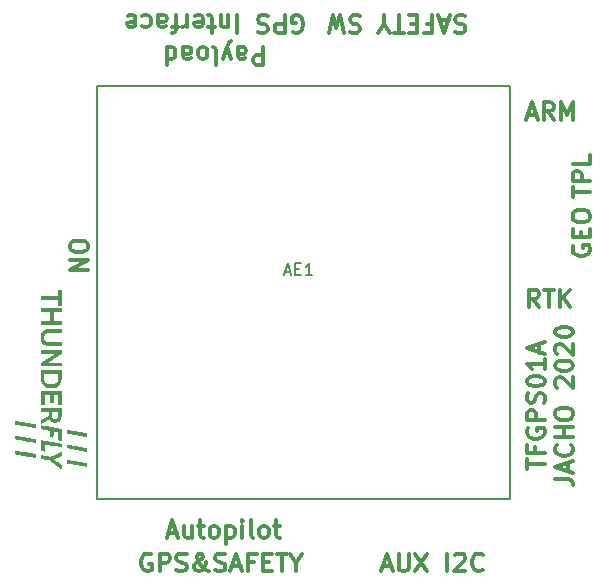
<source format=gbr>
G04 #@! TF.GenerationSoftware,KiCad,Pcbnew,(5.99.0-6591-gee6c8b60ac)*
G04 #@! TF.CreationDate,2020-11-09T16:27:33+01:00*
G04 #@! TF.ProjectId,TFGPS01A,54464750-5330-4314-912e-6b696361645f,REV*
G04 #@! TF.SameCoordinates,Original*
G04 #@! TF.FileFunction,Legend,Top*
G04 #@! TF.FilePolarity,Positive*
%FSLAX46Y46*%
G04 Gerber Fmt 4.6, Leading zero omitted, Abs format (unit mm)*
G04 Created by KiCad (PCBNEW (5.99.0-6591-gee6c8b60ac)) date 2020-11-09 16:27:33*
%MOMM*%
%LPD*%
G01*
G04 APERTURE LIST*
%ADD10C,0.300000*%
%ADD11C,0.150000*%
G04 APERTURE END LIST*
D10*
X45370857Y24213428D02*
X44870857Y24927714D01*
X44513714Y24213428D02*
X44513714Y25713428D01*
X45085142Y25713428D01*
X45228000Y25642000D01*
X45299428Y25570571D01*
X45370857Y25427714D01*
X45370857Y25213428D01*
X45299428Y25070571D01*
X45228000Y24999142D01*
X45085142Y24927714D01*
X44513714Y24927714D01*
X45799428Y25713428D02*
X46656571Y25713428D01*
X46228000Y24213428D02*
X46228000Y25713428D01*
X47156571Y24213428D02*
X47156571Y25713428D01*
X48013714Y24213428D02*
X47370857Y25070571D01*
X48013714Y25713428D02*
X47156571Y24856285D01*
X13965028Y5134800D02*
X14679314Y5134800D01*
X13822171Y4706228D02*
X14322171Y6206228D01*
X14822171Y4706228D01*
X15965028Y5706228D02*
X15965028Y4706228D01*
X15322171Y5706228D02*
X15322171Y4920514D01*
X15393600Y4777657D01*
X15536457Y4706228D01*
X15750742Y4706228D01*
X15893600Y4777657D01*
X15965028Y4849085D01*
X16465028Y5706228D02*
X17036457Y5706228D01*
X16679314Y6206228D02*
X16679314Y4920514D01*
X16750742Y4777657D01*
X16893600Y4706228D01*
X17036457Y4706228D01*
X17750742Y4706228D02*
X17607885Y4777657D01*
X17536457Y4849085D01*
X17465028Y4991942D01*
X17465028Y5420514D01*
X17536457Y5563371D01*
X17607885Y5634800D01*
X17750742Y5706228D01*
X17965028Y5706228D01*
X18107885Y5634800D01*
X18179314Y5563371D01*
X18250742Y5420514D01*
X18250742Y4991942D01*
X18179314Y4849085D01*
X18107885Y4777657D01*
X17965028Y4706228D01*
X17750742Y4706228D01*
X18893600Y5706228D02*
X18893600Y4206228D01*
X18893600Y5634800D02*
X19036457Y5706228D01*
X19322171Y5706228D01*
X19465028Y5634800D01*
X19536457Y5563371D01*
X19607885Y5420514D01*
X19607885Y4991942D01*
X19536457Y4849085D01*
X19465028Y4777657D01*
X19322171Y4706228D01*
X19036457Y4706228D01*
X18893600Y4777657D01*
X20250742Y4706228D02*
X20250742Y5706228D01*
X20250742Y6206228D02*
X20179314Y6134800D01*
X20250742Y6063371D01*
X20322171Y6134800D01*
X20250742Y6206228D01*
X20250742Y6063371D01*
X21179314Y4706228D02*
X21036457Y4777657D01*
X20965028Y4920514D01*
X20965028Y6206228D01*
X21965028Y4706228D02*
X21822171Y4777657D01*
X21750742Y4849085D01*
X21679314Y4991942D01*
X21679314Y5420514D01*
X21750742Y5563371D01*
X21822171Y5634800D01*
X21965028Y5706228D01*
X22179314Y5706228D01*
X22322171Y5634800D01*
X22393600Y5563371D01*
X22465028Y5420514D01*
X22465028Y4991942D01*
X22393600Y4849085D01*
X22322171Y4777657D01*
X22179314Y4706228D01*
X21965028Y4706228D01*
X22893600Y5706228D02*
X23465028Y5706228D01*
X23107885Y6206228D02*
X23107885Y4920514D01*
X23179314Y4777657D01*
X23322171Y4706228D01*
X23465028Y4706228D01*
X22003828Y46246171D02*
X22003828Y44746171D01*
X21432400Y44746171D01*
X21289542Y44817600D01*
X21218114Y44889028D01*
X21146685Y45031885D01*
X21146685Y45246171D01*
X21218114Y45389028D01*
X21289542Y45460457D01*
X21432400Y45531885D01*
X22003828Y45531885D01*
X19860971Y46246171D02*
X19860971Y45460457D01*
X19932400Y45317600D01*
X20075257Y45246171D01*
X20360971Y45246171D01*
X20503828Y45317600D01*
X19860971Y46174742D02*
X20003828Y46246171D01*
X20360971Y46246171D01*
X20503828Y46174742D01*
X20575257Y46031885D01*
X20575257Y45889028D01*
X20503828Y45746171D01*
X20360971Y45674742D01*
X20003828Y45674742D01*
X19860971Y45603314D01*
X19289542Y45246171D02*
X18932400Y46246171D01*
X18575257Y45246171D02*
X18932400Y46246171D01*
X19075257Y46603314D01*
X19146685Y46674742D01*
X19289542Y46746171D01*
X17789542Y46246171D02*
X17932400Y46174742D01*
X18003828Y46031885D01*
X18003828Y44746171D01*
X17003828Y46246171D02*
X17146685Y46174742D01*
X17218114Y46103314D01*
X17289542Y45960457D01*
X17289542Y45531885D01*
X17218114Y45389028D01*
X17146685Y45317600D01*
X17003828Y45246171D01*
X16789542Y45246171D01*
X16646685Y45317600D01*
X16575257Y45389028D01*
X16503828Y45531885D01*
X16503828Y45960457D01*
X16575257Y46103314D01*
X16646685Y46174742D01*
X16789542Y46246171D01*
X17003828Y46246171D01*
X15218114Y46246171D02*
X15218114Y45460457D01*
X15289542Y45317600D01*
X15432400Y45246171D01*
X15718114Y45246171D01*
X15860971Y45317600D01*
X15218114Y46174742D02*
X15360971Y46246171D01*
X15718114Y46246171D01*
X15860971Y46174742D01*
X15932400Y46031885D01*
X15932400Y45889028D01*
X15860971Y45746171D01*
X15718114Y45674742D01*
X15360971Y45674742D01*
X15218114Y45603314D01*
X13860971Y46246171D02*
X13860971Y44746171D01*
X13860971Y46174742D02*
X14003828Y46246171D01*
X14289542Y46246171D01*
X14432400Y46174742D01*
X14503828Y46103314D01*
X14575257Y45960457D01*
X14575257Y45531885D01*
X14503828Y45389028D01*
X14432400Y45317600D01*
X14289542Y45246171D01*
X14003828Y45246171D01*
X13860971Y45317600D01*
X44390714Y40517000D02*
X45105000Y40517000D01*
X44247857Y40088428D02*
X44747857Y41588428D01*
X45247857Y40088428D01*
X46605000Y40088428D02*
X46105000Y40802714D01*
X45747857Y40088428D02*
X45747857Y41588428D01*
X46319285Y41588428D01*
X46462142Y41517000D01*
X46533571Y41445571D01*
X46605000Y41302714D01*
X46605000Y41088428D01*
X46533571Y40945571D01*
X46462142Y40874142D01*
X46319285Y40802714D01*
X45747857Y40802714D01*
X47247857Y40088428D02*
X47247857Y41588428D01*
X47747857Y40517000D01*
X48247857Y41588428D01*
X48247857Y40088428D01*
X48272000Y29408571D02*
X48200571Y29265714D01*
X48200571Y29051428D01*
X48272000Y28837142D01*
X48414857Y28694285D01*
X48557714Y28622857D01*
X48843428Y28551428D01*
X49057714Y28551428D01*
X49343428Y28622857D01*
X49486285Y28694285D01*
X49629142Y28837142D01*
X49700571Y29051428D01*
X49700571Y29194285D01*
X49629142Y29408571D01*
X49557714Y29480000D01*
X49057714Y29480000D01*
X49057714Y29194285D01*
X48914857Y30122857D02*
X48914857Y30622857D01*
X49700571Y30837142D02*
X49700571Y30122857D01*
X48200571Y30122857D01*
X48200571Y30837142D01*
X48200571Y31765714D02*
X48200571Y32051428D01*
X48272000Y32194285D01*
X48414857Y32337142D01*
X48700571Y32408571D01*
X49200571Y32408571D01*
X49486285Y32337142D01*
X49629142Y32194285D01*
X49700571Y32051428D01*
X49700571Y31765714D01*
X49629142Y31622857D01*
X49486285Y31480000D01*
X49200571Y31408571D01*
X48700571Y31408571D01*
X48414857Y31480000D01*
X48272000Y31622857D01*
X48200571Y31765714D01*
X44326071Y10517857D02*
X44326071Y11375000D01*
X45826071Y10946428D02*
X44326071Y10946428D01*
X45040357Y12375000D02*
X45040357Y11875000D01*
X45826071Y11875000D02*
X44326071Y11875000D01*
X44326071Y12589285D01*
X44397500Y13946428D02*
X44326071Y13803571D01*
X44326071Y13589285D01*
X44397500Y13375000D01*
X44540357Y13232142D01*
X44683214Y13160714D01*
X44968928Y13089285D01*
X45183214Y13089285D01*
X45468928Y13160714D01*
X45611785Y13232142D01*
X45754642Y13375000D01*
X45826071Y13589285D01*
X45826071Y13732142D01*
X45754642Y13946428D01*
X45683214Y14017857D01*
X45183214Y14017857D01*
X45183214Y13732142D01*
X45826071Y14660714D02*
X44326071Y14660714D01*
X44326071Y15232142D01*
X44397500Y15375000D01*
X44468928Y15446428D01*
X44611785Y15517857D01*
X44826071Y15517857D01*
X44968928Y15446428D01*
X45040357Y15375000D01*
X45111785Y15232142D01*
X45111785Y14660714D01*
X45754642Y16089285D02*
X45826071Y16303571D01*
X45826071Y16660714D01*
X45754642Y16803571D01*
X45683214Y16875000D01*
X45540357Y16946428D01*
X45397500Y16946428D01*
X45254642Y16875000D01*
X45183214Y16803571D01*
X45111785Y16660714D01*
X45040357Y16375000D01*
X44968928Y16232142D01*
X44897500Y16160714D01*
X44754642Y16089285D01*
X44611785Y16089285D01*
X44468928Y16160714D01*
X44397500Y16232142D01*
X44326071Y16375000D01*
X44326071Y16732142D01*
X44397500Y16946428D01*
X44326071Y17875000D02*
X44326071Y18017857D01*
X44397500Y18160714D01*
X44468928Y18232142D01*
X44611785Y18303571D01*
X44897500Y18375000D01*
X45254642Y18375000D01*
X45540357Y18303571D01*
X45683214Y18232142D01*
X45754642Y18160714D01*
X45826071Y18017857D01*
X45826071Y17875000D01*
X45754642Y17732142D01*
X45683214Y17660714D01*
X45540357Y17589285D01*
X45254642Y17517857D01*
X44897500Y17517857D01*
X44611785Y17589285D01*
X44468928Y17660714D01*
X44397500Y17732142D01*
X44326071Y17875000D01*
X45826071Y19803571D02*
X45826071Y18946428D01*
X45826071Y19375000D02*
X44326071Y19375000D01*
X44540357Y19232142D01*
X44683214Y19089285D01*
X44754642Y18946428D01*
X45397500Y20375000D02*
X45397500Y21089285D01*
X45826071Y20232142D02*
X44326071Y20732142D01*
X45826071Y21232142D01*
X46741071Y9696428D02*
X47812500Y9696428D01*
X48026785Y9625000D01*
X48169642Y9482142D01*
X48241071Y9267857D01*
X48241071Y9125000D01*
X47812500Y10339285D02*
X47812500Y11053571D01*
X48241071Y10196428D02*
X46741071Y10696428D01*
X48241071Y11196428D01*
X48098214Y12553571D02*
X48169642Y12482142D01*
X48241071Y12267857D01*
X48241071Y12125000D01*
X48169642Y11910714D01*
X48026785Y11767857D01*
X47883928Y11696428D01*
X47598214Y11625000D01*
X47383928Y11625000D01*
X47098214Y11696428D01*
X46955357Y11767857D01*
X46812500Y11910714D01*
X46741071Y12125000D01*
X46741071Y12267857D01*
X46812500Y12482142D01*
X46883928Y12553571D01*
X48241071Y13196428D02*
X46741071Y13196428D01*
X47455357Y13196428D02*
X47455357Y14053571D01*
X48241071Y14053571D02*
X46741071Y14053571D01*
X46741071Y15053571D02*
X46741071Y15339285D01*
X46812500Y15482142D01*
X46955357Y15625000D01*
X47241071Y15696428D01*
X47741071Y15696428D01*
X48026785Y15625000D01*
X48169642Y15482142D01*
X48241071Y15339285D01*
X48241071Y15053571D01*
X48169642Y14910714D01*
X48026785Y14767857D01*
X47741071Y14696428D01*
X47241071Y14696428D01*
X46955357Y14767857D01*
X46812500Y14910714D01*
X46741071Y15053571D01*
X46883928Y17410714D02*
X46812500Y17482142D01*
X46741071Y17625000D01*
X46741071Y17982142D01*
X46812500Y18125000D01*
X46883928Y18196428D01*
X47026785Y18267857D01*
X47169642Y18267857D01*
X47383928Y18196428D01*
X48241071Y17339285D01*
X48241071Y18267857D01*
X46741071Y19196428D02*
X46741071Y19339285D01*
X46812500Y19482142D01*
X46883928Y19553571D01*
X47026785Y19625000D01*
X47312500Y19696428D01*
X47669642Y19696428D01*
X47955357Y19625000D01*
X48098214Y19553571D01*
X48169642Y19482142D01*
X48241071Y19339285D01*
X48241071Y19196428D01*
X48169642Y19053571D01*
X48098214Y18982142D01*
X47955357Y18910714D01*
X47669642Y18839285D01*
X47312500Y18839285D01*
X47026785Y18910714D01*
X46883928Y18982142D01*
X46812500Y19053571D01*
X46741071Y19196428D01*
X46883928Y20267857D02*
X46812500Y20339285D01*
X46741071Y20482142D01*
X46741071Y20839285D01*
X46812500Y20982142D01*
X46883928Y21053571D01*
X47026785Y21125000D01*
X47169642Y21125000D01*
X47383928Y21053571D01*
X48241071Y20196428D01*
X48241071Y21125000D01*
X46741071Y22053571D02*
X46741071Y22196428D01*
X46812500Y22339285D01*
X46883928Y22410714D01*
X47026785Y22482142D01*
X47312500Y22553571D01*
X47669642Y22553571D01*
X47955357Y22482142D01*
X48098214Y22410714D01*
X48169642Y22339285D01*
X48241071Y22196428D01*
X48241071Y22053571D01*
X48169642Y21910714D01*
X48098214Y21839285D01*
X47955357Y21767857D01*
X47669642Y21696428D01*
X47312500Y21696428D01*
X47026785Y21767857D01*
X46883928Y21839285D01*
X46812500Y21910714D01*
X46741071Y22053571D01*
X7171428Y29503571D02*
X7171428Y29217857D01*
X7100000Y29075000D01*
X6957142Y28932142D01*
X6671428Y28860714D01*
X6171428Y28860714D01*
X5885714Y28932142D01*
X5742857Y29075000D01*
X5671428Y29217857D01*
X5671428Y29503571D01*
X5742857Y29646428D01*
X5885714Y29789285D01*
X6171428Y29860714D01*
X6671428Y29860714D01*
X6957142Y29789285D01*
X7100000Y29646428D01*
X7171428Y29503571D01*
X5671428Y28217857D02*
X7171428Y28217857D01*
X5671428Y27360714D01*
X7171428Y27360714D01*
X32110171Y2290000D02*
X32824457Y2290000D01*
X31967314Y1861428D02*
X32467314Y3361428D01*
X32967314Y1861428D01*
X33467314Y3361428D02*
X33467314Y2147142D01*
X33538742Y2004285D01*
X33610171Y1932857D01*
X33753028Y1861428D01*
X34038742Y1861428D01*
X34181600Y1932857D01*
X34253028Y2004285D01*
X34324457Y2147142D01*
X34324457Y3361428D01*
X34895885Y3361428D02*
X35895885Y1861428D01*
X35895885Y3361428D02*
X34895885Y1861428D01*
X37610171Y1861428D02*
X37610171Y3361428D01*
X38253028Y3218571D02*
X38324457Y3290000D01*
X38467314Y3361428D01*
X38824457Y3361428D01*
X38967314Y3290000D01*
X39038742Y3218571D01*
X39110171Y3075714D01*
X39110171Y2932857D01*
X39038742Y2718571D01*
X38181600Y1861428D01*
X39110171Y1861428D01*
X40610171Y2004285D02*
X40538742Y1932857D01*
X40324457Y1861428D01*
X40181600Y1861428D01*
X39967314Y1932857D01*
X39824457Y2075714D01*
X39753028Y2218571D01*
X39681600Y2504285D01*
X39681600Y2718571D01*
X39753028Y3004285D01*
X39824457Y3147142D01*
X39967314Y3290000D01*
X40181600Y3361428D01*
X40324457Y3361428D01*
X40538742Y3290000D01*
X40610171Y3218571D01*
X48200571Y33520285D02*
X48200571Y34377428D01*
X49700571Y33948857D02*
X48200571Y33948857D01*
X49700571Y34877428D02*
X48200571Y34877428D01*
X48200571Y35448857D01*
X48272000Y35591714D01*
X48343428Y35663142D01*
X48486285Y35734571D01*
X48700571Y35734571D01*
X48843428Y35663142D01*
X48914857Y35591714D01*
X48986285Y35448857D01*
X48986285Y34877428D01*
X49700571Y37091714D02*
X49700571Y36377428D01*
X48200571Y36377428D01*
X39125600Y48867142D02*
X38911314Y48938571D01*
X38554171Y48938571D01*
X38411314Y48867142D01*
X38339885Y48795714D01*
X38268457Y48652857D01*
X38268457Y48510000D01*
X38339885Y48367142D01*
X38411314Y48295714D01*
X38554171Y48224285D01*
X38839885Y48152857D01*
X38982742Y48081428D01*
X39054171Y48010000D01*
X39125600Y47867142D01*
X39125600Y47724285D01*
X39054171Y47581428D01*
X38982742Y47510000D01*
X38839885Y47438571D01*
X38482742Y47438571D01*
X38268457Y47510000D01*
X37697028Y48510000D02*
X36982742Y48510000D01*
X37839885Y48938571D02*
X37339885Y47438571D01*
X36839885Y48938571D01*
X35839885Y48152857D02*
X36339885Y48152857D01*
X36339885Y48938571D02*
X36339885Y47438571D01*
X35625600Y47438571D01*
X35054171Y48152857D02*
X34554171Y48152857D01*
X34339885Y48938571D02*
X35054171Y48938571D01*
X35054171Y47438571D01*
X34339885Y47438571D01*
X33911314Y47438571D02*
X33054171Y47438571D01*
X33482742Y48938571D02*
X33482742Y47438571D01*
X32268457Y48224285D02*
X32268457Y48938571D01*
X32768457Y47438571D02*
X32268457Y48224285D01*
X31768457Y47438571D01*
X30197028Y48867142D02*
X29982742Y48938571D01*
X29625600Y48938571D01*
X29482742Y48867142D01*
X29411314Y48795714D01*
X29339885Y48652857D01*
X29339885Y48510000D01*
X29411314Y48367142D01*
X29482742Y48295714D01*
X29625600Y48224285D01*
X29911314Y48152857D01*
X30054171Y48081428D01*
X30125600Y48010000D01*
X30197028Y47867142D01*
X30197028Y47724285D01*
X30125600Y47581428D01*
X30054171Y47510000D01*
X29911314Y47438571D01*
X29554171Y47438571D01*
X29339885Y47510000D01*
X28839885Y47438571D02*
X28482742Y48938571D01*
X28197028Y47867142D01*
X27911314Y48938571D01*
X27554171Y47438571D01*
X12522142Y3290000D02*
X12379285Y3361428D01*
X12165000Y3361428D01*
X11950714Y3290000D01*
X11807857Y3147142D01*
X11736428Y3004285D01*
X11665000Y2718571D01*
X11665000Y2504285D01*
X11736428Y2218571D01*
X11807857Y2075714D01*
X11950714Y1932857D01*
X12165000Y1861428D01*
X12307857Y1861428D01*
X12522142Y1932857D01*
X12593571Y2004285D01*
X12593571Y2504285D01*
X12307857Y2504285D01*
X13236428Y1861428D02*
X13236428Y3361428D01*
X13807857Y3361428D01*
X13950714Y3290000D01*
X14022142Y3218571D01*
X14093571Y3075714D01*
X14093571Y2861428D01*
X14022142Y2718571D01*
X13950714Y2647142D01*
X13807857Y2575714D01*
X13236428Y2575714D01*
X14665000Y1932857D02*
X14879285Y1861428D01*
X15236428Y1861428D01*
X15379285Y1932857D01*
X15450714Y2004285D01*
X15522142Y2147142D01*
X15522142Y2290000D01*
X15450714Y2432857D01*
X15379285Y2504285D01*
X15236428Y2575714D01*
X14950714Y2647142D01*
X14807857Y2718571D01*
X14736428Y2790000D01*
X14665000Y2932857D01*
X14665000Y3075714D01*
X14736428Y3218571D01*
X14807857Y3290000D01*
X14950714Y3361428D01*
X15307857Y3361428D01*
X15522142Y3290000D01*
X17379285Y1861428D02*
X17307857Y1861428D01*
X17165000Y1932857D01*
X16950714Y2147142D01*
X16593571Y2575714D01*
X16450714Y2790000D01*
X16379285Y3004285D01*
X16379285Y3147142D01*
X16450714Y3290000D01*
X16593571Y3361428D01*
X16665000Y3361428D01*
X16807857Y3290000D01*
X16879285Y3147142D01*
X16879285Y3075714D01*
X16807857Y2932857D01*
X16736428Y2861428D01*
X16307857Y2575714D01*
X16236428Y2504285D01*
X16165000Y2361428D01*
X16165000Y2147142D01*
X16236428Y2004285D01*
X16307857Y1932857D01*
X16450714Y1861428D01*
X16665000Y1861428D01*
X16807857Y1932857D01*
X16879285Y2004285D01*
X17093571Y2290000D01*
X17165000Y2504285D01*
X17165000Y2647142D01*
X17950714Y1932857D02*
X18165000Y1861428D01*
X18522142Y1861428D01*
X18665000Y1932857D01*
X18736428Y2004285D01*
X18807857Y2147142D01*
X18807857Y2290000D01*
X18736428Y2432857D01*
X18665000Y2504285D01*
X18522142Y2575714D01*
X18236428Y2647142D01*
X18093571Y2718571D01*
X18022142Y2790000D01*
X17950714Y2932857D01*
X17950714Y3075714D01*
X18022142Y3218571D01*
X18093571Y3290000D01*
X18236428Y3361428D01*
X18593571Y3361428D01*
X18807857Y3290000D01*
X19379285Y2290000D02*
X20093571Y2290000D01*
X19236428Y1861428D02*
X19736428Y3361428D01*
X20236428Y1861428D01*
X21236428Y2647142D02*
X20736428Y2647142D01*
X20736428Y1861428D02*
X20736428Y3361428D01*
X21450714Y3361428D01*
X22022142Y2647142D02*
X22522142Y2647142D01*
X22736428Y1861428D02*
X22022142Y1861428D01*
X22022142Y3361428D01*
X22736428Y3361428D01*
X23165000Y3361428D02*
X24022142Y3361428D01*
X23593571Y1861428D02*
X23593571Y3361428D01*
X24807857Y2575714D02*
X24807857Y1861428D01*
X24307857Y3361428D02*
X24807857Y2575714D01*
X25307857Y3361428D01*
X24539542Y47510000D02*
X24682400Y47438571D01*
X24896685Y47438571D01*
X25110971Y47510000D01*
X25253828Y47652857D01*
X25325257Y47795714D01*
X25396685Y48081428D01*
X25396685Y48295714D01*
X25325257Y48581428D01*
X25253828Y48724285D01*
X25110971Y48867142D01*
X24896685Y48938571D01*
X24753828Y48938571D01*
X24539542Y48867142D01*
X24468114Y48795714D01*
X24468114Y48295714D01*
X24753828Y48295714D01*
X23825257Y48938571D02*
X23825257Y47438571D01*
X23253828Y47438571D01*
X23110971Y47510000D01*
X23039542Y47581428D01*
X22968114Y47724285D01*
X22968114Y47938571D01*
X23039542Y48081428D01*
X23110971Y48152857D01*
X23253828Y48224285D01*
X23825257Y48224285D01*
X22396685Y48867142D02*
X22182400Y48938571D01*
X21825257Y48938571D01*
X21682400Y48867142D01*
X21610971Y48795714D01*
X21539542Y48652857D01*
X21539542Y48510000D01*
X21610971Y48367142D01*
X21682400Y48295714D01*
X21825257Y48224285D01*
X22110971Y48152857D01*
X22253828Y48081428D01*
X22325257Y48010000D01*
X22396685Y47867142D01*
X22396685Y47724285D01*
X22325257Y47581428D01*
X22253828Y47510000D01*
X22110971Y47438571D01*
X21753828Y47438571D01*
X21539542Y47510000D01*
X19753828Y48938571D02*
X19753828Y47438571D01*
X19039542Y47938571D02*
X19039542Y48938571D01*
X19039542Y48081428D02*
X18968114Y48010000D01*
X18825257Y47938571D01*
X18610971Y47938571D01*
X18468114Y48010000D01*
X18396685Y48152857D01*
X18396685Y48938571D01*
X17896685Y47938571D02*
X17325257Y47938571D01*
X17682400Y47438571D02*
X17682400Y48724285D01*
X17610971Y48867142D01*
X17468114Y48938571D01*
X17325257Y48938571D01*
X16253828Y48867142D02*
X16396685Y48938571D01*
X16682400Y48938571D01*
X16825257Y48867142D01*
X16896685Y48724285D01*
X16896685Y48152857D01*
X16825257Y48010000D01*
X16682400Y47938571D01*
X16396685Y47938571D01*
X16253828Y48010000D01*
X16182400Y48152857D01*
X16182400Y48295714D01*
X16896685Y48438571D01*
X15539542Y48938571D02*
X15539542Y47938571D01*
X15539542Y48224285D02*
X15468114Y48081428D01*
X15396685Y48010000D01*
X15253828Y47938571D01*
X15110971Y47938571D01*
X14825257Y47938571D02*
X14253828Y47938571D01*
X14610971Y48938571D02*
X14610971Y47652857D01*
X14539542Y47510000D01*
X14396685Y47438571D01*
X14253828Y47438571D01*
X13110971Y48938571D02*
X13110971Y48152857D01*
X13182400Y48010000D01*
X13325257Y47938571D01*
X13610971Y47938571D01*
X13753828Y48010000D01*
X13110971Y48867142D02*
X13253828Y48938571D01*
X13610971Y48938571D01*
X13753828Y48867142D01*
X13825257Y48724285D01*
X13825257Y48581428D01*
X13753828Y48438571D01*
X13610971Y48367142D01*
X13253828Y48367142D01*
X13110971Y48295714D01*
X11753828Y48867142D02*
X11896685Y48938571D01*
X12182400Y48938571D01*
X12325257Y48867142D01*
X12396685Y48795714D01*
X12468114Y48652857D01*
X12468114Y48224285D01*
X12396685Y48081428D01*
X12325257Y48010000D01*
X12182400Y47938571D01*
X11896685Y47938571D01*
X11753828Y48010000D01*
X10539542Y48867142D02*
X10682400Y48938571D01*
X10968114Y48938571D01*
X11110971Y48867142D01*
X11182400Y48724285D01*
X11182400Y48152857D01*
X11110971Y48010000D01*
X10968114Y47938571D01*
X10682400Y47938571D01*
X10539542Y48010000D01*
X10468114Y48152857D01*
X10468114Y48295714D01*
X11182400Y48438571D01*
D11*
X23826933Y27214533D02*
X24303123Y27214533D01*
X23731695Y26928819D02*
X24065028Y27928819D01*
X24398361Y26928819D01*
X24731695Y27452628D02*
X25065028Y27452628D01*
X25207885Y26928819D02*
X24731695Y26928819D01*
X24731695Y27928819D01*
X25207885Y27928819D01*
X26160266Y26928819D02*
X25588838Y26928819D01*
X25874552Y26928819D02*
X25874552Y27928819D01*
X25779314Y27785961D01*
X25684076Y27690723D01*
X25588838Y27643104D01*
G36*
X5386820Y12581085D02*
G01*
X5419845Y12575693D01*
X5470599Y12567143D01*
X5537050Y12555791D01*
X5617168Y12541993D01*
X5708924Y12526107D01*
X5810288Y12508489D01*
X5919228Y12489496D01*
X6033714Y12469483D01*
X6151718Y12448809D01*
X6271208Y12427829D01*
X6390153Y12406901D01*
X6506525Y12386380D01*
X6618293Y12366624D01*
X6723426Y12347989D01*
X6819894Y12330831D01*
X6905667Y12315508D01*
X6978715Y12302376D01*
X7037008Y12291791D01*
X7078516Y12284111D01*
X7101208Y12279692D01*
X7104806Y12278839D01*
X7110730Y12269977D01*
X7114862Y12246907D01*
X7117397Y12207329D01*
X7118533Y12148943D01*
X7118641Y12117216D01*
X7118641Y11960667D01*
X7088205Y11965235D01*
X7072677Y11967835D01*
X7037080Y11973959D01*
X6983148Y11983303D01*
X6912613Y11995566D01*
X6827209Y12010446D01*
X6728670Y12027639D01*
X6618728Y12046845D01*
X6499117Y12067760D01*
X6371569Y12090082D01*
X6237819Y12113510D01*
X6208375Y12118670D01*
X5358982Y12267536D01*
X5358942Y12425249D01*
X5359362Y12489938D01*
X5360833Y12535279D01*
X5363610Y12564043D01*
X5367950Y12579005D01*
X5373553Y12582961D01*
X5386820Y12581085D01*
G37*
G36*
X4938336Y24336687D02*
G01*
X4628445Y24336687D01*
X4628445Y24834726D01*
X3189665Y24834726D01*
X3189665Y25155685D01*
X4628445Y25155685D01*
X4628445Y25653724D01*
X4938336Y25653724D01*
X4938336Y24336687D01*
G37*
G36*
X4935411Y18434922D02*
G01*
X4934109Y18319499D01*
X4932660Y18223523D01*
X4930685Y18144305D01*
X4927807Y18079159D01*
X4923646Y18025397D01*
X4917823Y17980331D01*
X4909960Y17941275D01*
X4899679Y17905539D01*
X4886600Y17870438D01*
X4870345Y17833283D01*
X4850536Y17791387D01*
X4842344Y17774384D01*
X4814730Y17720581D01*
X4787515Y17677033D01*
X4755251Y17636204D01*
X4712488Y17590557D01*
X4701174Y17579164D01*
X4653438Y17533349D01*
X4612161Y17499227D01*
X4569803Y17471343D01*
X4518823Y17444244D01*
X4505955Y17437969D01*
X4440234Y17407462D01*
X4383416Y17384649D01*
X4330183Y17368448D01*
X4275218Y17357778D01*
X4213203Y17351559D01*
X4138821Y17348709D01*
X4064000Y17348128D01*
X3974963Y17349018D01*
X3902750Y17352411D01*
X3842094Y17359387D01*
X3787729Y17371028D01*
X3734390Y17388416D01*
X3676811Y17412631D01*
X3621299Y17439048D01*
X3513243Y17504217D01*
X3418348Y17586395D01*
X3338295Y17683666D01*
X3274765Y17794112D01*
X3244254Y17868821D01*
X3230315Y17910748D01*
X3218936Y17950882D01*
X3209864Y17992040D01*
X3202847Y18037044D01*
X3197630Y18088713D01*
X3193962Y18149866D01*
X3191590Y18223324D01*
X3190259Y18311906D01*
X3189718Y18418432D01*
X3189665Y18477399D01*
X3189665Y18537297D01*
X3475580Y18537297D01*
X3482954Y18044791D01*
X3518087Y17970631D01*
X3569550Y17885634D01*
X3636130Y17816237D01*
X3718055Y17762322D01*
X3815553Y17723773D01*
X3928851Y17700475D01*
X4058177Y17692312D01*
X4064000Y17692298D01*
X4194009Y17699825D01*
X4307980Y17722480D01*
X4406141Y17760382D01*
X4488720Y17813645D01*
X4555944Y17882386D01*
X4608041Y17966721D01*
X4609913Y17970631D01*
X4645046Y18044791D01*
X4648574Y18291044D01*
X4652101Y18537297D01*
X3475580Y18537297D01*
X3189665Y18537297D01*
X3189665Y18858255D01*
X4939962Y18858255D01*
X4935411Y18434922D01*
G37*
G36*
X3211135Y12967096D02*
G01*
X3248899Y12960752D01*
X3303724Y12951309D01*
X3373613Y12939127D01*
X3456568Y12924562D01*
X3550590Y12907972D01*
X3653682Y12889714D01*
X3763846Y12870146D01*
X3879084Y12849626D01*
X3997397Y12828510D01*
X4116787Y12807158D01*
X4235258Y12785925D01*
X4350809Y12765169D01*
X4461445Y12745249D01*
X4565165Y12726521D01*
X4659974Y12709343D01*
X4743871Y12694073D01*
X4814860Y12681067D01*
X4870942Y12670685D01*
X4910120Y12663282D01*
X4930395Y12659217D01*
X4932818Y12658573D01*
X4934831Y12645860D01*
X4936119Y12615201D01*
X4936605Y12570777D01*
X4936207Y12516770D01*
X4935882Y12498218D01*
X4932802Y12344007D01*
X4257682Y12462446D01*
X4137128Y12483586D01*
X4022137Y12503733D01*
X3914718Y12522535D01*
X3816880Y12539643D01*
X3730633Y12554705D01*
X3657986Y12567370D01*
X3600949Y12577288D01*
X3561532Y12584107D01*
X3541743Y12587476D01*
X3541059Y12587587D01*
X3499556Y12594290D01*
X3499556Y12295336D01*
X3499448Y12205756D01*
X3499028Y12135905D01*
X3498151Y12083377D01*
X3496671Y12045766D01*
X3494443Y12020667D01*
X3491321Y12005675D01*
X3487160Y11998383D01*
X3481815Y11996386D01*
X3481492Y11996382D01*
X3464070Y11998233D01*
X3429737Y12003281D01*
X3383358Y12010769D01*
X3329803Y12019937D01*
X3326547Y12020510D01*
X3189665Y12044639D01*
X3189665Y12507482D01*
X3189729Y12606264D01*
X3189911Y12697822D01*
X3190198Y12779868D01*
X3190577Y12850113D01*
X3191033Y12906267D01*
X3191553Y12946042D01*
X3192123Y12967148D01*
X3192432Y12969986D01*
X3211135Y12967096D01*
G37*
G36*
X4938336Y20277262D02*
G01*
X4376658Y19905355D01*
X3814981Y19533448D01*
X4376658Y19533412D01*
X4938336Y19533375D01*
X4938336Y19212417D01*
X3189665Y19212417D01*
X3189665Y19474448D01*
X4390493Y20274876D01*
X3189665Y20274900D01*
X3189665Y20595859D01*
X4938336Y20595859D01*
X4938336Y20277262D01*
G37*
G36*
X4938336Y15958560D02*
G01*
X4628445Y15958560D01*
X4628445Y16755423D01*
X4252148Y16755423D01*
X4252148Y16146709D01*
X3942257Y16146709D01*
X3942257Y16755423D01*
X3499556Y16755423D01*
X3499556Y15936425D01*
X3189665Y15936425D01*
X3189665Y17087449D01*
X4938336Y17087449D01*
X4938336Y15958560D01*
G37*
G36*
X4938336Y15301812D02*
G01*
X4938238Y15197979D01*
X4937856Y15113539D01*
X4937061Y15045750D01*
X4935721Y14991872D01*
X4933705Y14949161D01*
X4930883Y14914877D01*
X4927124Y14886278D01*
X4922296Y14860622D01*
X4916270Y14835168D01*
X4916026Y14834209D01*
X4879603Y14725697D01*
X4830064Y14634996D01*
X4767196Y14561939D01*
X4690787Y14506362D01*
X4600622Y14468100D01*
X4496489Y14446987D01*
X4409810Y14442308D01*
X4298385Y14450336D01*
X4200932Y14474910D01*
X4115931Y14516765D01*
X4041865Y14576637D01*
X3980994Y14649803D01*
X3955265Y14685369D01*
X3933870Y14712784D01*
X3920166Y14727831D01*
X3917551Y14729445D01*
X3906451Y14724556D01*
X3878506Y14710544D01*
X3836350Y14688805D01*
X3782612Y14660737D01*
X3719926Y14627735D01*
X3650923Y14591197D01*
X3578234Y14552519D01*
X3504491Y14513097D01*
X3432327Y14474327D01*
X3364372Y14437607D01*
X3303258Y14404333D01*
X3258837Y14379902D01*
X3189665Y14341616D01*
X3189898Y14522006D01*
X3190132Y14702395D01*
X3513624Y14870197D01*
X3837116Y15037998D01*
X3840178Y15199456D01*
X3843241Y15360913D01*
X4106039Y15360913D01*
X4109921Y15175532D01*
X4111503Y15106995D01*
X4113366Y15056296D01*
X4116143Y15019144D01*
X4120469Y14991245D01*
X4126977Y14968305D01*
X4136299Y14946032D01*
X4147007Y14924226D01*
X4187584Y14860735D01*
X4236745Y14816409D01*
X4297129Y14789091D01*
X4319067Y14783628D01*
X4401933Y14775174D01*
X4477511Y14784988D01*
X4543407Y14812076D01*
X4597227Y14855446D01*
X4636578Y14914103D01*
X4637305Y14915649D01*
X4648166Y14940185D01*
X4656106Y14962971D01*
X4661682Y14988220D01*
X4665450Y15020149D01*
X4667968Y15062971D01*
X4669792Y15120903D01*
X4670897Y15169998D01*
X4674905Y15360913D01*
X4106039Y15360913D01*
X3843241Y15360913D01*
X3189665Y15360913D01*
X3189665Y15681872D01*
X4938336Y15681872D01*
X4938336Y15301812D01*
G37*
G36*
X1039795Y13340013D02*
G01*
X1053581Y13337420D01*
X1087441Y13331328D01*
X1139644Y13322044D01*
X1208458Y13309871D01*
X1292152Y13295114D01*
X1388995Y13278079D01*
X1497254Y13259071D01*
X1615199Y13238394D01*
X1741098Y13216352D01*
X1873219Y13193252D01*
X1883695Y13191422D01*
X2016565Y13168196D01*
X2143599Y13145969D01*
X2263034Y13125050D01*
X2373109Y13105747D01*
X2472061Y13088372D01*
X2558128Y13073234D01*
X2629548Y13060642D01*
X2684560Y13050905D01*
X2721400Y13044335D01*
X2738307Y13041240D01*
X2738663Y13041169D01*
X2769098Y13034972D01*
X2769098Y12713372D01*
X2744196Y12719374D01*
X2729517Y12722205D01*
X2694773Y12728533D01*
X2641703Y12738048D01*
X2572050Y12750445D01*
X2487552Y12765414D01*
X2389951Y12782649D01*
X2280988Y12801842D01*
X2162401Y12822684D01*
X2035933Y12844868D01*
X1903324Y12868086D01*
X1889229Y12870552D01*
X1756246Y12893840D01*
X1629349Y12916120D01*
X1510262Y12937087D01*
X1400711Y12956433D01*
X1302421Y12973851D01*
X1217118Y12989037D01*
X1146527Y13001682D01*
X1092374Y13011481D01*
X1056384Y13018127D01*
X1040283Y13021313D01*
X1039795Y13021440D01*
X1032139Y13025780D01*
X1026794Y13035806D01*
X1023354Y13054949D01*
X1021417Y13086638D01*
X1020579Y13134304D01*
X1020427Y13185852D01*
X1020629Y13248105D01*
X1021504Y13291443D01*
X1023457Y13319084D01*
X1026891Y13334246D01*
X1032212Y13340147D01*
X1039795Y13340013D01*
G37*
G36*
X5383804Y13841060D02*
G01*
X5398562Y13838211D01*
X5433346Y13831876D01*
X5486378Y13822368D01*
X5555878Y13810002D01*
X5640067Y13795093D01*
X5737165Y13777956D01*
X5845394Y13758904D01*
X5962974Y13738253D01*
X6088125Y13716317D01*
X6205569Y13695770D01*
X6337055Y13672767D01*
X6463354Y13650632D01*
X6582588Y13629697D01*
X6692882Y13610294D01*
X6792356Y13592754D01*
X6879134Y13577407D01*
X6951338Y13564587D01*
X7007091Y13554624D01*
X7044516Y13547849D01*
X7060536Y13544841D01*
X7118641Y13533200D01*
X7118641Y13213389D01*
X7093739Y13219186D01*
X7079047Y13221985D01*
X7044295Y13228278D01*
X6991231Y13237756D01*
X6921601Y13250111D01*
X6837153Y13265035D01*
X6739632Y13282220D01*
X6630786Y13301358D01*
X6512362Y13322140D01*
X6386106Y13344258D01*
X6253765Y13367404D01*
X6244305Y13369057D01*
X6111436Y13392285D01*
X5984402Y13414514D01*
X5864967Y13435434D01*
X5754893Y13454736D01*
X5655941Y13472110D01*
X5569874Y13487247D01*
X5498453Y13499837D01*
X5443442Y13509569D01*
X5406601Y13516135D01*
X5389693Y13519225D01*
X5389338Y13519296D01*
X5358902Y13525461D01*
X5358902Y13847060D01*
X5383804Y13841060D01*
G37*
G36*
X1040676Y12071350D02*
G01*
X1072762Y12065832D01*
X1123324Y12057048D01*
X1190703Y12045291D01*
X1273238Y12030849D01*
X1369267Y12014016D01*
X1477130Y11995080D01*
X1595167Y11974334D01*
X1721717Y11952069D01*
X1855119Y11928575D01*
X1900297Y11920613D01*
X2763565Y11768457D01*
X2766635Y11611265D01*
X2767632Y11549191D01*
X2767557Y11505910D01*
X2766069Y11478089D01*
X2762825Y11462398D01*
X2757483Y11455506D01*
X2750483Y11454072D01*
X2736768Y11455951D01*
X2702959Y11461391D01*
X2650760Y11470099D01*
X2581874Y11481782D01*
X2498004Y11496148D01*
X2400852Y11512903D01*
X2292124Y11531755D01*
X2173520Y11552409D01*
X2046746Y11574574D01*
X1913504Y11597956D01*
X1882069Y11603484D01*
X1747959Y11627067D01*
X1620210Y11649504D01*
X1500492Y11670504D01*
X1390475Y11689776D01*
X1291827Y11707027D01*
X1206218Y11721967D01*
X1135318Y11734304D01*
X1080796Y11743746D01*
X1044321Y11750002D01*
X1027564Y11752779D01*
X1026653Y11752896D01*
X1024452Y11763314D01*
X1022592Y11791976D01*
X1021226Y11834991D01*
X1020503Y11888466D01*
X1020427Y11913375D01*
X1020966Y11970059D01*
X1022447Y12017879D01*
X1024671Y12052963D01*
X1027435Y12071438D01*
X1028728Y12073312D01*
X1040676Y12071350D01*
G37*
G36*
X4938336Y22058035D02*
G01*
X4360057Y22054305D01*
X4231914Y22053452D01*
X4123906Y22052629D01*
X4034034Y22051749D01*
X3960297Y22050724D01*
X3900696Y22049468D01*
X3853231Y22047895D01*
X3815903Y22045918D01*
X3786712Y22043450D01*
X3763658Y22040405D01*
X3744741Y22036695D01*
X3727961Y22032235D01*
X3711320Y22026938D01*
X3708767Y22026084D01*
X3624875Y21988138D01*
X3558287Y21936394D01*
X3509013Y21870871D01*
X3477065Y21791590D01*
X3462452Y21698569D01*
X3465186Y21591829D01*
X3465987Y21584209D01*
X3483950Y21496373D01*
X3517395Y21423008D01*
X3567034Y21363473D01*
X3633578Y21317126D01*
X3717739Y21283327D01*
X3820228Y21261434D01*
X3825004Y21260757D01*
X3857035Y21257934D01*
X3909162Y21255417D01*
X3979348Y21253248D01*
X4065555Y21251467D01*
X4165745Y21250113D01*
X4277882Y21249229D01*
X4399928Y21248854D01*
X4424496Y21248844D01*
X4938336Y21248844D01*
X4938336Y20927885D01*
X4396827Y20927885D01*
X4257910Y20928031D01*
X4139000Y20928560D01*
X4037968Y20929611D01*
X3952686Y20931319D01*
X3881029Y20933822D01*
X3820867Y20937258D01*
X3770073Y20941763D01*
X3726520Y20947475D01*
X3688080Y20954532D01*
X3652625Y20963069D01*
X3618029Y20973225D01*
X3599270Y20979325D01*
X3485816Y21027194D01*
X3388998Y21089630D01*
X3308595Y21166851D01*
X3244391Y21259074D01*
X3196168Y21366516D01*
X3189264Y21387188D01*
X3175142Y21447782D01*
X3165227Y21523571D01*
X3159682Y21607984D01*
X3158672Y21694452D01*
X3162358Y21776406D01*
X3170906Y21847278D01*
X3177076Y21876592D01*
X3216154Y21991570D01*
X3271403Y22091745D01*
X3343155Y22177448D01*
X3431738Y22249010D01*
X3537482Y22306765D01*
X3643615Y22346013D01*
X3662105Y22351461D01*
X3680043Y22356074D01*
X3699399Y22359936D01*
X3722145Y22363130D01*
X3750251Y22365739D01*
X3785688Y22367845D01*
X3830428Y22369532D01*
X3886441Y22370884D01*
X3955699Y22371982D01*
X4040171Y22372910D01*
X4141829Y22373752D01*
X4262645Y22374590D01*
X4332388Y22375043D01*
X4938336Y22378944D01*
X4938336Y22058035D01*
G37*
G36*
X4938336Y23838648D02*
G01*
X4252148Y23838648D01*
X4252148Y23030717D01*
X4938336Y23030717D01*
X4938336Y22709759D01*
X3189665Y22709759D01*
X3189665Y23030717D01*
X3942257Y23030717D01*
X3942257Y23838648D01*
X3189665Y23838648D01*
X3189665Y24159606D01*
X4938336Y24159606D01*
X4938336Y23838648D01*
G37*
G36*
X4931943Y11956181D02*
G01*
X4935173Y11942562D01*
X4936755Y11917101D01*
X4937003Y11876676D01*
X4936237Y11818166D01*
X4935865Y11797033D01*
X4932802Y11628152D01*
X4592475Y11489894D01*
X4511196Y11456658D01*
X4436870Y11425850D01*
X4371887Y11398491D01*
X4318636Y11375606D01*
X4279505Y11358216D01*
X4256883Y11347345D01*
X4252148Y11344183D01*
X4260740Y11336159D01*
X4285233Y11316479D01*
X4323702Y11286611D01*
X4374224Y11248023D01*
X4434875Y11202183D01*
X4503729Y11150558D01*
X4578863Y11094617D01*
X4594875Y11082743D01*
X4937601Y10828756D01*
X4937968Y10659323D01*
X4937666Y10591285D01*
X4936308Y10543286D01*
X4933734Y10513248D01*
X4929782Y10499095D01*
X4925401Y10497884D01*
X4914412Y10506014D01*
X4887597Y10526432D01*
X4846618Y10557857D01*
X4793138Y10599008D01*
X4728819Y10648604D01*
X4655322Y10705364D01*
X4574312Y10768006D01*
X4487449Y10835249D01*
X4445830Y10867493D01*
X4356926Y10936359D01*
X4273190Y11001165D01*
X4196273Y11060636D01*
X4127826Y11113501D01*
X4069497Y11158485D01*
X4022938Y11194316D01*
X3989799Y11219720D01*
X3971729Y11233425D01*
X3968918Y11235458D01*
X3956776Y11238383D01*
X3925877Y11244623D01*
X3879255Y11253624D01*
X3819947Y11264834D01*
X3750988Y11277697D01*
X3675416Y11291660D01*
X3596265Y11306168D01*
X3516573Y11320669D01*
X3439374Y11334608D01*
X3367705Y11347430D01*
X3304602Y11358583D01*
X3253101Y11367511D01*
X3216238Y11373662D01*
X3197049Y11376480D01*
X3195390Y11376600D01*
X3193367Y11387019D01*
X3191658Y11415684D01*
X3190401Y11458706D01*
X3189735Y11512197D01*
X3189665Y11537290D01*
X3189665Y11697980D01*
X3214567Y11692191D01*
X3234884Y11688115D01*
X3272845Y11681104D01*
X3325295Y11671699D01*
X3389077Y11660442D01*
X3461035Y11647876D01*
X3538014Y11634542D01*
X3616858Y11620981D01*
X3694411Y11607736D01*
X3767516Y11595349D01*
X3833018Y11584361D01*
X3887760Y11575315D01*
X3928588Y11568751D01*
X3952344Y11565213D01*
X3956828Y11564748D01*
X3970177Y11568929D01*
X4001780Y11580900D01*
X4049515Y11599796D01*
X4111263Y11624757D01*
X4184901Y11654918D01*
X4268310Y11689419D01*
X4359368Y11727397D01*
X4436525Y11759799D01*
X4532355Y11800104D01*
X4622344Y11837839D01*
X4704349Y11872113D01*
X4776231Y11902038D01*
X4835846Y11926723D01*
X4881055Y11945278D01*
X4909715Y11956813D01*
X4919263Y11960382D01*
X4926745Y11961081D01*
X4931943Y11956181D01*
G37*
G36*
X5378202Y11314669D02*
G01*
X5378270Y11314653D01*
X5392056Y11312058D01*
X5425915Y11305963D01*
X5478117Y11296672D01*
X5546930Y11284491D01*
X5630622Y11269725D01*
X5727463Y11252678D01*
X5835721Y11233657D01*
X5953664Y11212965D01*
X6079560Y11190909D01*
X6211679Y11167792D01*
X6222170Y11165958D01*
X6355207Y11142697D01*
X6482533Y11120429D01*
X6602373Y11099468D01*
X6712948Y11080122D01*
X6812481Y11062705D01*
X6899195Y11047526D01*
X6971313Y11034897D01*
X7027056Y11025128D01*
X7064648Y11018532D01*
X7082311Y11015418D01*
X7082671Y11015354D01*
X7118641Y11008907D01*
X7118641Y10849660D01*
X7118340Y10793153D01*
X7117511Y10745470D01*
X7116269Y10710519D01*
X7114725Y10692205D01*
X7114036Y10690412D01*
X7102257Y10692280D01*
X7070695Y10697649D01*
X7021361Y10706164D01*
X6956268Y10717471D01*
X6877430Y10731216D01*
X6786858Y10747045D01*
X6686566Y10764604D01*
X6578567Y10783539D01*
X6464873Y10803496D01*
X6347497Y10824120D01*
X6228451Y10845057D01*
X6109749Y10865955D01*
X5993404Y10886457D01*
X5881427Y10906210D01*
X5775832Y10924861D01*
X5678632Y10942055D01*
X5591839Y10957438D01*
X5517466Y10970655D01*
X5457526Y10981353D01*
X5414032Y10989178D01*
X5388995Y10993775D01*
X5383804Y10994804D01*
X5374070Y10997915D01*
X5367274Y11004167D01*
X5362887Y11017058D01*
X5360384Y11040083D01*
X5359236Y11076738D01*
X5358916Y11130520D01*
X5358902Y11159957D01*
X5359103Y11222332D01*
X5359974Y11265786D01*
X5361917Y11293534D01*
X5365334Y11308788D01*
X5370628Y11314762D01*
X5378202Y11314669D01*
G37*
G36*
X1050863Y14594274D02*
G01*
X1066407Y14591486D01*
X1102015Y14585186D01*
X1155948Y14575680D01*
X1226465Y14563275D01*
X1311827Y14548274D01*
X1410294Y14530985D01*
X1520128Y14511712D01*
X1639587Y14490761D01*
X1766933Y14468438D01*
X1900426Y14445047D01*
X1925174Y14440712D01*
X2769050Y14292896D01*
X2769074Y14135183D01*
X2768516Y14068167D01*
X2766701Y14021165D01*
X2763451Y13992084D01*
X2758592Y13978830D01*
X2755797Y13977471D01*
X2743037Y13979345D01*
X2710164Y13984770D01*
X2658867Y13993457D01*
X2590831Y14005112D01*
X2507745Y14019444D01*
X2411293Y14036161D01*
X2303164Y14054971D01*
X2185045Y14075582D01*
X2058621Y14097702D01*
X1925580Y14121040D01*
X1892322Y14126883D01*
X1757995Y14150466D01*
X1629927Y14172904D01*
X1509799Y14193904D01*
X1399291Y14213176D01*
X1300084Y14230428D01*
X1213859Y14245368D01*
X1142295Y14257705D01*
X1087074Y14267146D01*
X1049875Y14273401D01*
X1032380Y14276178D01*
X1031287Y14276295D01*
X1026945Y14286957D01*
X1023584Y14317356D01*
X1021363Y14365108D01*
X1020443Y14427830D01*
X1020427Y14438157D01*
X1020427Y14600020D01*
X1050863Y14594274D01*
G37*
G36*
X3214567Y14218887D02*
G01*
X3229201Y14216278D01*
X3263920Y14210151D01*
X3317005Y14200810D01*
X3386737Y14188556D01*
X3471397Y14173690D01*
X3569267Y14156514D01*
X3678628Y14137330D01*
X3797761Y14116439D01*
X3924948Y14094144D01*
X4058469Y14070745D01*
X4088871Y14065418D01*
X4938274Y13916600D01*
X4938305Y13399192D01*
X4938139Y13294541D01*
X4937653Y13196969D01*
X4936881Y13108643D01*
X4935857Y13031732D01*
X4934616Y12968404D01*
X4933193Y12920828D01*
X4931622Y12891172D01*
X4930035Y12881572D01*
X4916606Y12883252D01*
X4885654Y12888004D01*
X4841470Y12895145D01*
X4788344Y12903991D01*
X4775238Y12906207D01*
X4628741Y12931055D01*
X4625826Y13290431D01*
X4622911Y13649806D01*
X4456898Y13680293D01*
X4397654Y13690980D01*
X4345098Y13700104D01*
X4303558Y13706940D01*
X4277366Y13710763D01*
X4271517Y13711314D01*
X4265539Y13710106D01*
X4260930Y13704428D01*
X4257513Y13691761D01*
X4255113Y13669586D01*
X4253553Y13635381D01*
X4252656Y13586627D01*
X4252247Y13520804D01*
X4252148Y13435392D01*
X4252148Y13434416D01*
X4252060Y13348926D01*
X4251677Y13283098D01*
X4250823Y13234457D01*
X4249323Y13200531D01*
X4246998Y13178846D01*
X4243675Y13166928D01*
X4239175Y13162304D01*
X4233324Y13162500D01*
X4232780Y13162653D01*
X4216126Y13166339D01*
X4183606Y13172686D01*
X4140470Y13180748D01*
X4091969Y13189583D01*
X4043353Y13198245D01*
X3999873Y13205791D01*
X3966780Y13211276D01*
X3949322Y13213756D01*
X3948311Y13213811D01*
X3946663Y13224387D01*
X3945185Y13254149D01*
X3943940Y13300148D01*
X3942992Y13359437D01*
X3942406Y13429065D01*
X3942240Y13493266D01*
X3942222Y13772722D01*
X3695987Y13815294D01*
X3614819Y13829340D01*
X3531754Y13843739D01*
X3452456Y13857505D01*
X3382586Y13869657D01*
X3327808Y13879212D01*
X3319708Y13880628D01*
X3189665Y13903391D01*
X3189665Y14063464D01*
X3189753Y14125843D01*
X3190365Y14169349D01*
X3192024Y14197246D01*
X3195253Y14212796D01*
X3200575Y14219261D01*
X3208512Y14219904D01*
X3214567Y14218887D01*
G37*
X42926000Y7950000D02*
X7926000Y7950000D01*
X7926000Y7950000D02*
X7926000Y42950000D01*
X7926000Y42950000D02*
X42926000Y42950000D01*
X42926000Y42950000D02*
X42926000Y7950000D01*
M02*

</source>
